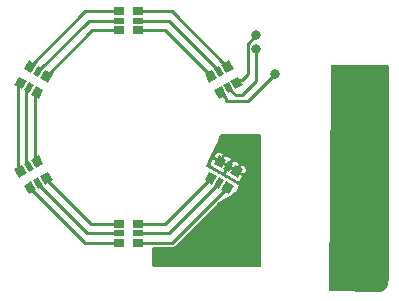
<source format=gtl>
G04 #@! TF.GenerationSoftware,KiCad,Pcbnew,7.0.2.1-36-g582732918d-dirty-deb11*
G04 #@! TF.CreationDate,2023-05-26T12:43:26+00:00*
G04 #@! TF.ProjectId,pedalboard-led-ring,70656461-6c62-46f6-9172-642d6c65642d,rev?*
G04 #@! TF.SameCoordinates,Original*
G04 #@! TF.FileFunction,Copper,L1,Top*
G04 #@! TF.FilePolarity,Positive*
%FSLAX46Y46*%
G04 Gerber Fmt 4.6, Leading zero omitted, Abs format (unit mm)*
G04 Created by KiCad (PCBNEW 7.0.2.1-36-g582732918d-dirty-deb11) date 2023-05-26 12:43:26*
%MOMM*%
%LPD*%
G01*
G04 APERTURE LIST*
G04 #@! TA.AperFunction,SMDPad,CuDef*
%ADD10R,0.830000X0.750000*%
G04 #@! TD*
G04 #@! TA.AperFunction,SMDPad,CuDef*
%ADD11R,0.830000X0.500000*%
G04 #@! TD*
G04 #@! TA.AperFunction,ViaPad*
%ADD12C,0.800000*%
G04 #@! TD*
G04 #@! TA.AperFunction,Conductor*
%ADD13C,0.250000*%
G04 #@! TD*
G04 APERTURE END LIST*
G04 #@! TA.AperFunction,SMDPad,CuDef*
G36*
X87819890Y-54716439D02*
G01*
X88469410Y-54341439D01*
X88884410Y-55060241D01*
X88234890Y-55435241D01*
X87819890Y-54716439D01*
G37*
G04 #@! TD.AperFunction*
G04 #@! TA.AperFunction,SMDPad,CuDef*
G36*
X87230994Y-55056439D02*
G01*
X87664006Y-54806439D01*
X88079006Y-55525241D01*
X87645994Y-55775241D01*
X87230994Y-55056439D01*
G37*
G04 #@! TD.AperFunction*
G04 #@! TA.AperFunction,SMDPad,CuDef*
G36*
X86425590Y-55521439D02*
G01*
X87075110Y-55146439D01*
X87490110Y-55865241D01*
X86840590Y-56240241D01*
X86425590Y-55521439D01*
G37*
G04 #@! TD.AperFunction*
G04 #@! TA.AperFunction,SMDPad,CuDef*
G36*
X87215590Y-56889759D02*
G01*
X87865110Y-56514759D01*
X88280110Y-57233561D01*
X87630590Y-57608561D01*
X87215590Y-56889759D01*
G37*
G04 #@! TD.AperFunction*
G04 #@! TA.AperFunction,SMDPad,CuDef*
G36*
X88020994Y-56424759D02*
G01*
X88454006Y-56174759D01*
X88869006Y-56893561D01*
X88435994Y-57143561D01*
X88020994Y-56424759D01*
G37*
G04 #@! TD.AperFunction*
G04 #@! TA.AperFunction,SMDPad,CuDef*
G36*
X88609890Y-56084759D02*
G01*
X89259410Y-55709759D01*
X89674410Y-56428561D01*
X89024890Y-56803561D01*
X88609890Y-56084759D01*
G37*
G04 #@! TD.AperFunction*
D10*
X80790000Y-69805000D03*
D11*
X80790000Y-69000000D03*
D10*
X80790000Y-68195000D03*
X79210000Y-68195000D03*
D11*
X79210000Y-69000000D03*
D10*
X79210000Y-69805000D03*
X79210000Y-50195000D03*
D11*
X79210000Y-51000000D03*
D10*
X79210000Y-51805000D03*
X80790000Y-51805000D03*
D11*
X80790000Y-51000000D03*
D10*
X80790000Y-50195000D03*
G04 #@! TA.AperFunction,SMDPad,CuDef*
G36*
X72180110Y-65283561D02*
G01*
X71530590Y-65658561D01*
X71115590Y-64939759D01*
X71765110Y-64564759D01*
X72180110Y-65283561D01*
G37*
G04 #@! TD.AperFunction*
G04 #@! TA.AperFunction,SMDPad,CuDef*
G36*
X72769006Y-64943561D02*
G01*
X72335994Y-65193561D01*
X71920994Y-64474759D01*
X72354006Y-64224759D01*
X72769006Y-64943561D01*
G37*
G04 #@! TD.AperFunction*
G04 #@! TA.AperFunction,SMDPad,CuDef*
G36*
X73574410Y-64478561D02*
G01*
X72924890Y-64853561D01*
X72509890Y-64134759D01*
X73159410Y-63759759D01*
X73574410Y-64478561D01*
G37*
G04 #@! TD.AperFunction*
G04 #@! TA.AperFunction,SMDPad,CuDef*
G36*
X72784410Y-63110241D02*
G01*
X72134890Y-63485241D01*
X71719890Y-62766439D01*
X72369410Y-62391439D01*
X72784410Y-63110241D01*
G37*
G04 #@! TD.AperFunction*
G04 #@! TA.AperFunction,SMDPad,CuDef*
G36*
X71979006Y-63575241D02*
G01*
X71545994Y-63825241D01*
X71130994Y-63106439D01*
X71564006Y-62856439D01*
X71979006Y-63575241D01*
G37*
G04 #@! TD.AperFunction*
G04 #@! TA.AperFunction,SMDPad,CuDef*
G36*
X71390110Y-63915241D02*
G01*
X70740590Y-64290241D01*
X70325590Y-63571439D01*
X70975110Y-63196439D01*
X71390110Y-63915241D01*
G37*
G04 #@! TD.AperFunction*
G04 #@! TA.AperFunction,SMDPad,CuDef*
G36*
X70975110Y-56803561D02*
G01*
X70325590Y-56428561D01*
X70740590Y-55709759D01*
X71390110Y-56084759D01*
X70975110Y-56803561D01*
G37*
G04 #@! TD.AperFunction*
G04 #@! TA.AperFunction,SMDPad,CuDef*
G36*
X71564006Y-57143561D02*
G01*
X71130994Y-56893561D01*
X71545994Y-56174759D01*
X71979006Y-56424759D01*
X71564006Y-57143561D01*
G37*
G04 #@! TD.AperFunction*
G04 #@! TA.AperFunction,SMDPad,CuDef*
G36*
X72369410Y-57608561D02*
G01*
X71719890Y-57233561D01*
X72134890Y-56514759D01*
X72784410Y-56889759D01*
X72369410Y-57608561D01*
G37*
G04 #@! TD.AperFunction*
G04 #@! TA.AperFunction,SMDPad,CuDef*
G36*
X73159410Y-56240241D02*
G01*
X72509890Y-55865241D01*
X72924890Y-55146439D01*
X73574410Y-55521439D01*
X73159410Y-56240241D01*
G37*
G04 #@! TD.AperFunction*
G04 #@! TA.AperFunction,SMDPad,CuDef*
G36*
X72354006Y-55775241D02*
G01*
X71920994Y-55525241D01*
X72335994Y-54806439D01*
X72769006Y-55056439D01*
X72354006Y-55775241D01*
G37*
G04 #@! TD.AperFunction*
G04 #@! TA.AperFunction,SMDPad,CuDef*
G36*
X71765110Y-55435241D02*
G01*
X71115590Y-55060241D01*
X71530590Y-54341439D01*
X72180110Y-54716439D01*
X71765110Y-55435241D01*
G37*
G04 #@! TD.AperFunction*
G04 #@! TA.AperFunction,SMDPad,CuDef*
G36*
X89024890Y-63196439D02*
G01*
X89674410Y-63571439D01*
X89259410Y-64290241D01*
X88609890Y-63915241D01*
X89024890Y-63196439D01*
G37*
G04 #@! TD.AperFunction*
G04 #@! TA.AperFunction,SMDPad,CuDef*
G36*
X88435994Y-62856439D02*
G01*
X88869006Y-63106439D01*
X88454006Y-63825241D01*
X88020994Y-63575241D01*
X88435994Y-62856439D01*
G37*
G04 #@! TD.AperFunction*
G04 #@! TA.AperFunction,SMDPad,CuDef*
G36*
X87630590Y-62391439D02*
G01*
X88280110Y-62766439D01*
X87865110Y-63485241D01*
X87215590Y-63110241D01*
X87630590Y-62391439D01*
G37*
G04 #@! TD.AperFunction*
G04 #@! TA.AperFunction,SMDPad,CuDef*
G36*
X86840590Y-63759759D02*
G01*
X87490110Y-64134759D01*
X87075110Y-64853561D01*
X86425590Y-64478561D01*
X86840590Y-63759759D01*
G37*
G04 #@! TD.AperFunction*
G04 #@! TA.AperFunction,SMDPad,CuDef*
G36*
X87645994Y-64224759D02*
G01*
X88079006Y-64474759D01*
X87664006Y-65193561D01*
X87230994Y-64943561D01*
X87645994Y-64224759D01*
G37*
G04 #@! TD.AperFunction*
G04 #@! TA.AperFunction,SMDPad,CuDef*
G36*
X88234890Y-64564759D02*
G01*
X88884410Y-64939759D01*
X88469410Y-65658561D01*
X87819890Y-65283561D01*
X88234890Y-64564759D01*
G37*
G04 #@! TD.AperFunction*
D12*
X89500000Y-61400000D03*
X90500000Y-61400000D03*
X82700000Y-71100000D03*
X98140000Y-72540000D03*
X99200000Y-55200000D03*
X92400000Y-55500000D03*
X90800000Y-53400000D03*
X90800000Y-52200000D03*
D13*
X83105000Y-68195000D02*
X80790000Y-68195000D01*
X86957850Y-64306660D02*
X86957850Y-64342150D01*
X86957850Y-64342150D02*
X83105000Y-68195000D01*
X87655000Y-64745000D02*
X83400000Y-69000000D01*
X87655000Y-64709160D02*
X87655000Y-64745000D01*
X83400000Y-69000000D02*
X80790000Y-69000000D01*
X88352150Y-65111660D02*
X83658810Y-69805000D01*
X83658810Y-69805000D02*
X80790000Y-69805000D01*
X76795000Y-68195000D02*
X73042150Y-64442150D01*
X79210000Y-68195000D02*
X76795000Y-68195000D01*
X73042150Y-64442150D02*
X73042150Y-64306660D01*
X76500000Y-69000000D02*
X72345000Y-64845000D01*
X72345000Y-64845000D02*
X72345000Y-64709160D01*
X79210000Y-69000000D02*
X76500000Y-69000000D01*
X79210000Y-69805000D02*
X76341190Y-69805000D01*
X76341190Y-69805000D02*
X71647850Y-65111660D01*
X72252150Y-62938340D02*
X72100000Y-62786190D01*
X72100000Y-57213810D02*
X72252150Y-57061660D01*
X72100000Y-62786190D02*
X72100000Y-57213810D01*
X71300000Y-63085840D02*
X71300000Y-56914160D01*
X71555000Y-63340840D02*
X71300000Y-63085840D01*
X71300000Y-56914160D02*
X71555000Y-56659160D01*
X70857850Y-63743340D02*
X70600000Y-63485490D01*
X70600000Y-63485490D02*
X70600000Y-56514510D01*
X70600000Y-56514510D02*
X70857850Y-56256660D01*
X76930490Y-51805000D02*
X79210000Y-51805000D01*
X73042150Y-55693340D02*
X76930490Y-51805000D01*
X76611709Y-51000000D02*
X72332934Y-55278775D01*
X79210000Y-51000000D02*
X76611709Y-51000000D01*
X79210000Y-50195000D02*
X76341190Y-50195000D01*
X76341190Y-50195000D02*
X71647850Y-54888340D01*
X80790000Y-51805000D02*
X83069510Y-51805000D01*
X83069510Y-51805000D02*
X86957850Y-55693340D01*
X85600000Y-53200000D02*
X85600000Y-53211709D01*
X83400000Y-51000000D02*
X85600000Y-53200000D01*
X80790000Y-51000000D02*
X83400000Y-51000000D01*
X85600000Y-53211709D02*
X87667066Y-55278775D01*
X83658810Y-50195000D02*
X88352150Y-54888340D01*
X80790000Y-50195000D02*
X83658810Y-50195000D01*
X87747850Y-57061660D02*
X88250000Y-57563810D01*
X88300000Y-57800000D02*
X88250000Y-57750000D01*
X88250000Y-57563810D02*
X88250000Y-57750000D01*
X92400000Y-55500000D02*
X90100000Y-57800000D01*
X90100000Y-57800000D02*
X88300000Y-57800000D01*
X90800000Y-53400000D02*
X90800000Y-56100000D01*
X90800000Y-56100000D02*
X89600000Y-57300000D01*
X89061709Y-57300000D02*
X88432934Y-56671225D01*
X89600000Y-57300000D02*
X89061709Y-57300000D01*
X90100000Y-55500000D02*
X90075000Y-55475000D01*
X89600000Y-56000000D02*
X90100000Y-55500000D01*
X89398810Y-56000000D02*
X89600000Y-56000000D01*
X90075000Y-55475000D02*
X90075000Y-52925000D01*
X90075000Y-52925000D02*
X90800000Y-52200000D01*
X89142150Y-56256660D02*
X89398810Y-56000000D01*
G04 #@! TA.AperFunction,Conductor*
G36*
X91143039Y-60619685D02*
G01*
X91188794Y-60672489D01*
X91200000Y-60724000D01*
X91200000Y-65500000D01*
X89200000Y-65400000D01*
X89300000Y-64900000D01*
X89299999Y-64899999D01*
X89078348Y-64773341D01*
X89058110Y-64758907D01*
X89031027Y-64735156D01*
X88338771Y-64335482D01*
X88299057Y-64322001D01*
X88257157Y-64297810D01*
X88225625Y-64270157D01*
X87749874Y-63995482D01*
X87710160Y-63982001D01*
X87705390Y-63979247D01*
X88220753Y-63979247D01*
X88350329Y-64054058D01*
X88390091Y-64067555D01*
X88431994Y-64091748D01*
X88463565Y-64119435D01*
X89155733Y-64519058D01*
X89226139Y-64542958D01*
X89325381Y-64536453D01*
X89414582Y-64492463D01*
X89463606Y-64436563D01*
X89620915Y-64164092D01*
X89620915Y-64164091D01*
X89187903Y-63914093D01*
X88812902Y-63697586D01*
X89312902Y-63697586D01*
X89745915Y-63947585D01*
X89745916Y-63947585D01*
X89903227Y-63675115D01*
X89927127Y-63604709D01*
X89920622Y-63505467D01*
X89876633Y-63416267D01*
X89820734Y-63367245D01*
X89582902Y-63229932D01*
X89582901Y-63229932D01*
X89312902Y-63697585D01*
X89312902Y-63697586D01*
X88812902Y-63697586D01*
X88490752Y-63511593D01*
X88490751Y-63511593D01*
X88220753Y-63979246D01*
X88220753Y-63979247D01*
X87705390Y-63979247D01*
X87668260Y-63957810D01*
X87636728Y-63930157D01*
X86944470Y-63530481D01*
X86854465Y-63499929D01*
X86832802Y-63490172D01*
X86600335Y-63357334D01*
X86551895Y-63306982D01*
X86538366Y-63238435D01*
X86550132Y-63195879D01*
X86559602Y-63176212D01*
X86607386Y-63076969D01*
X86962872Y-63076969D01*
X86969377Y-63176212D01*
X87013366Y-63265412D01*
X87069265Y-63314434D01*
X87761435Y-63714059D01*
X87801196Y-63727556D01*
X87843097Y-63751747D01*
X87874669Y-63779435D01*
X88004246Y-63854246D01*
X88004247Y-63854246D01*
X88274246Y-63386592D01*
X88274246Y-63386591D01*
X88113894Y-63294012D01*
X88613889Y-63294012D01*
X89096395Y-63572586D01*
X89096396Y-63572586D01*
X89366395Y-63104932D01*
X89366395Y-63104931D01*
X89128567Y-62967622D01*
X89088799Y-62954122D01*
X89046902Y-62929932D01*
X89015329Y-62902244D01*
X88885752Y-62827432D01*
X88885751Y-62827432D01*
X88651547Y-63233087D01*
X88622322Y-63260952D01*
X88622706Y-63268995D01*
X88621976Y-63271854D01*
X88619977Y-63279315D01*
X88613889Y-63294012D01*
X88113894Y-63294012D01*
X87793603Y-63109093D01*
X87418601Y-62892586D01*
X87918602Y-62892586D01*
X88399246Y-63170085D01*
X88404281Y-63168736D01*
X88419259Y-63154453D01*
X88419114Y-63153440D01*
X88434465Y-63109087D01*
X88669245Y-62702432D01*
X88669245Y-62702431D01*
X88539671Y-62627622D01*
X88499903Y-62614122D01*
X88458005Y-62589931D01*
X88426434Y-62562244D01*
X88188602Y-62424932D01*
X88188601Y-62424932D01*
X87918602Y-62892585D01*
X87918602Y-62892586D01*
X87418601Y-62892586D01*
X87144083Y-62734093D01*
X87144082Y-62734093D01*
X86986771Y-63006566D01*
X86962872Y-63076969D01*
X86607386Y-63076969D01*
X86876718Y-62517587D01*
X87269083Y-62517587D01*
X87702095Y-62767586D01*
X87702096Y-62767586D01*
X87972095Y-62299932D01*
X87972095Y-62299931D01*
X87734264Y-62162620D01*
X87663861Y-62138721D01*
X87564618Y-62145226D01*
X87475418Y-62189215D01*
X87426396Y-62245114D01*
X87269083Y-62517586D01*
X87269083Y-62517587D01*
X86876718Y-62517587D01*
X86937866Y-62390586D01*
X86940618Y-62391911D01*
X86941096Y-62390283D01*
X86938592Y-62389077D01*
X87435155Y-61357754D01*
X87766197Y-60670207D01*
X87813015Y-60618344D01*
X87877921Y-60600000D01*
X91076000Y-60600000D01*
X91143039Y-60619685D01*
G37*
G04 #@! TD.AperFunction*
G04 #@! TA.AperFunction,Conductor*
G36*
X101942539Y-54719685D02*
G01*
X101988294Y-54772489D01*
X101999500Y-54824000D01*
X101999500Y-72994583D01*
X101999028Y-73005393D01*
X101995523Y-73045445D01*
X101983082Y-73171764D01*
X101979455Y-73191696D01*
X101962123Y-73256382D01*
X101961008Y-73260285D01*
X101933319Y-73351562D01*
X101927041Y-73367971D01*
X101896328Y-73433835D01*
X101893304Y-73439884D01*
X101850990Y-73519046D01*
X101843207Y-73531715D01*
X101800373Y-73592889D01*
X101794652Y-73600430D01*
X101738826Y-73668455D01*
X101730653Y-73677472D01*
X101677472Y-73730653D01*
X101668455Y-73738826D01*
X101600430Y-73794652D01*
X101592889Y-73800373D01*
X101531715Y-73843207D01*
X101519046Y-73850990D01*
X101439884Y-73893304D01*
X101433835Y-73896328D01*
X101367971Y-73927041D01*
X101351561Y-73933320D01*
X101260285Y-73961008D01*
X101256383Y-73962122D01*
X101193479Y-73978977D01*
X101158907Y-73983177D01*
X97122155Y-73902443D01*
X97055522Y-73881422D01*
X97010832Y-73827714D01*
X97000636Y-73777822D01*
X97001005Y-73707107D01*
X97042403Y-65758623D01*
X97099358Y-54823354D01*
X97119391Y-54756418D01*
X97172433Y-54710939D01*
X97223356Y-54700000D01*
X101875500Y-54700000D01*
X101942539Y-54719685D01*
G37*
G04 #@! TD.AperFunction*
G04 #@! TA.AperFunction,Conductor*
G36*
X91200000Y-65500000D02*
G01*
X91200000Y-71701000D01*
X91181093Y-71759191D01*
X91131593Y-71795155D01*
X91101000Y-71800000D01*
X82099000Y-71800000D01*
X82040809Y-71781093D01*
X82004845Y-71731593D01*
X82000000Y-71701000D01*
X82000000Y-70229500D01*
X82018907Y-70171309D01*
X82068407Y-70135345D01*
X82099000Y-70130500D01*
X83640276Y-70130500D01*
X83648903Y-70130876D01*
X83662167Y-70132037D01*
X83687615Y-70134264D01*
X83687615Y-70134263D01*
X83687617Y-70134264D01*
X83725169Y-70124201D01*
X83733587Y-70122335D01*
X83771855Y-70115588D01*
X83773156Y-70114836D01*
X83797042Y-70104942D01*
X83798494Y-70104554D01*
X83830339Y-70082254D01*
X83837595Y-70077632D01*
X83871265Y-70058194D01*
X83896252Y-70028414D01*
X83902064Y-70022070D01*
X87453741Y-66470393D01*
X87472103Y-66455936D01*
X88424738Y-65873770D01*
X88469881Y-65859459D01*
X88522319Y-65856022D01*
X88593858Y-65820744D01*
X88633174Y-65775913D01*
X88646905Y-65752129D01*
X88681016Y-65717156D01*
X89008795Y-65516847D01*
X89199999Y-65400001D01*
X89199999Y-65400000D01*
X89200000Y-65400000D01*
X91200000Y-65500000D01*
G37*
G04 #@! TD.AperFunction*
M02*

</source>
